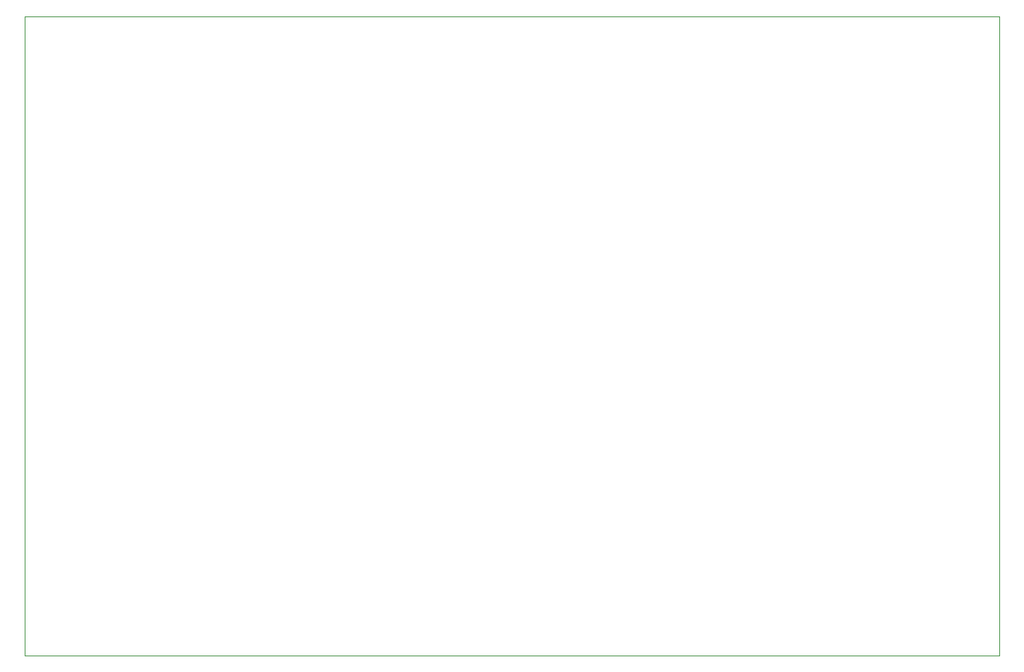
<source format=gbr>
G04 #@! TF.FileFunction,Profile,NP*
%FSLAX46Y46*%
G04 Gerber Fmt 4.6, Leading zero omitted, Abs format (unit mm)*
G04 Created by KiCad (PCBNEW 4.0.4-stable) date Mon Oct  3 10:35:52 2016*
%MOMM*%
%LPD*%
G01*
G04 APERTURE LIST*
%ADD10C,0.100000*%
G04 APERTURE END LIST*
D10*
X101600000Y-128270000D02*
X101600000Y-55880000D01*
X211836000Y-55880000D02*
X101600000Y-55880000D01*
X211836000Y-128270000D02*
X101600000Y-128270000D01*
X211836000Y-128016000D02*
X211836000Y-128270000D01*
X211836000Y-55880000D02*
X211836000Y-128016000D01*
M02*

</source>
